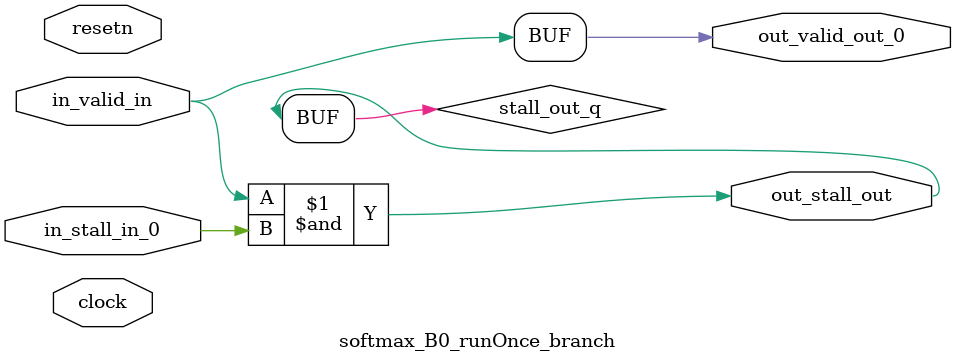
<source format=sv>



(* altera_attribute = "-name AUTO_SHIFT_REGISTER_RECOGNITION OFF; -name MESSAGE_DISABLE 10036; -name MESSAGE_DISABLE 10037; -name MESSAGE_DISABLE 14130; -name MESSAGE_DISABLE 14320; -name MESSAGE_DISABLE 15400; -name MESSAGE_DISABLE 14130; -name MESSAGE_DISABLE 10036; -name MESSAGE_DISABLE 12020; -name MESSAGE_DISABLE 12030; -name MESSAGE_DISABLE 12010; -name MESSAGE_DISABLE 12110; -name MESSAGE_DISABLE 14320; -name MESSAGE_DISABLE 13410; -name MESSAGE_DISABLE 113007; -name MESSAGE_DISABLE 10958" *)
module softmax_B0_runOnce_branch (
    input wire [0:0] in_stall_in_0,
    input wire [0:0] in_valid_in,
    output wire [0:0] out_stall_out,
    output wire [0:0] out_valid_out_0,
    input wire clock,
    input wire resetn
    );

    wire [0:0] stall_out_q;


    // stall_out(LOGICAL,6)
    assign stall_out_q = in_valid_in & in_stall_in_0;

    // out_stall_out(GPOUT,4)
    assign out_stall_out = stall_out_q;

    // out_valid_out_0(GPOUT,5)
    assign out_valid_out_0 = in_valid_in;

endmodule

</source>
